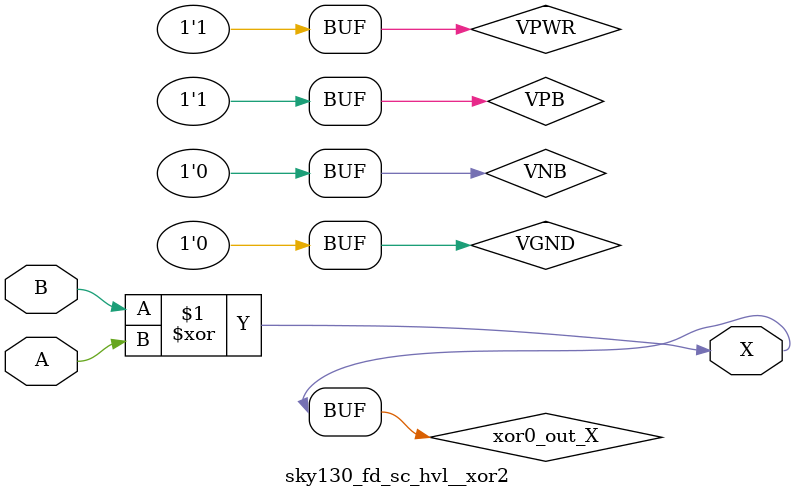
<source format=v>
/*
 * Copyright 2020 The SkyWater PDK Authors
 *
 * Licensed under the Apache License, Version 2.0 (the "License");
 * you may not use this file except in compliance with the License.
 * You may obtain a copy of the License at
 *
 *     https://www.apache.org/licenses/LICENSE-2.0
 *
 * Unless required by applicable law or agreed to in writing, software
 * distributed under the License is distributed on an "AS IS" BASIS,
 * WITHOUT WARRANTIES OR CONDITIONS OF ANY KIND, either express or implied.
 * See the License for the specific language governing permissions and
 * limitations under the License.
 *
 * SPDX-License-Identifier: Apache-2.0
*/


`ifndef SKY130_FD_SC_HVL__XOR2_TIMING_V
`define SKY130_FD_SC_HVL__XOR2_TIMING_V

/**
 * xor2: 2-input exclusive OR.
 *
 *       X = A ^ B
 *
 * Verilog simulation timing model.
 */

`timescale 1ns / 1ps
`default_nettype none

`celldefine
module sky130_fd_sc_hvl__xor2 (
    X,
    A,
    B
);

    // Module ports
    output X;
    input  A;
    input  B;

    // Module supplies
    supply1 VPWR;
    supply0 VGND;
    supply1 VPB ;
    supply0 VNB ;

    // Local signals
    wire xor0_out_X;

    //  Name  Output      Other arguments
    xor xor0 (xor0_out_X, B, A           );
    buf buf0 (X         , xor0_out_X     );

endmodule
`endcelldefine

`default_nettype wire
`endif  // SKY130_FD_SC_HVL__XOR2_TIMING_V

</source>
